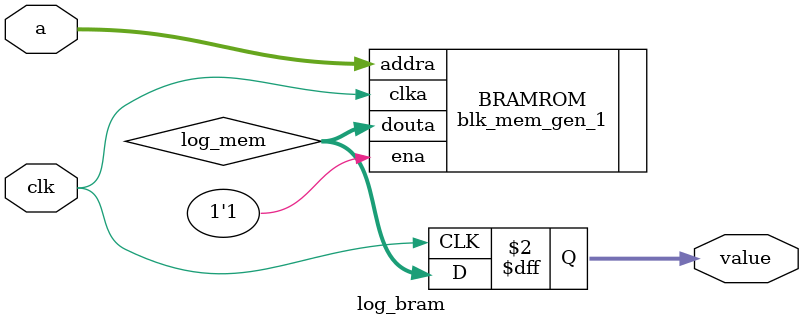
<source format=v>
`timescale 1ns / 1ps


module log_bram(
    input clk,
    input [19:0] a,
    output reg [19:0] value
    );
    wire [19:0] log_mem;      // Output from BRAM

    // Instantiate the BRAM IP core
    blk_mem_gen_1 BRAMROM (
        .clka(clk),                   // Connect the clock
        .addra(a),                   // Address input
        .douta(log_mem),            // Output sine value
        .ena(1'b1)                   // Enable the memory
    );

    // Always block to register the output value on the clock edge
    always @(posedge clk) begin
        value <= log_mem;           // Capture the sine value on the rising edge of the clock
    end

endmodule

</source>
